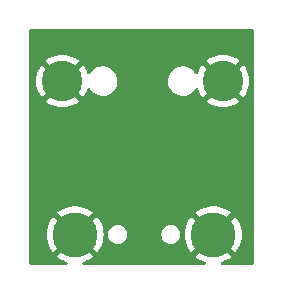
<source format=gbl>
%TF.GenerationSoftware,KiCad,Pcbnew,7.0.0-da2b9df05c~163~ubuntu22.04.1*%
%TF.CreationDate,2023-02-27T17:45:44+00:00*%
%TF.ProjectId,straightusb3,73747261-6967-4687-9475-7362332e6b69,rev?*%
%TF.SameCoordinates,Original*%
%TF.FileFunction,Copper,L2,Bot*%
%TF.FilePolarity,Positive*%
%FSLAX46Y46*%
G04 Gerber Fmt 4.6, Leading zero omitted, Abs format (unit mm)*
G04 Created by KiCad (PCBNEW 7.0.0-da2b9df05c~163~ubuntu22.04.1) date 2023-02-27 17:45:44*
%MOMM*%
%LPD*%
G01*
G04 APERTURE LIST*
%TA.AperFunction,ComponentPad*%
%ADD10C,3.438000*%
%TD*%
%TA.AperFunction,ComponentPad*%
%ADD11C,3.800000*%
%TD*%
G04 APERTURE END LIST*
D10*
%TO.P,J2,MH1,MH1*%
%TO.N,/GND*%
X164618000Y-98641000D03*
%TO.P,J2,MH2,MH2*%
X151018000Y-98641000D03*
%TD*%
D11*
%TO.P,J1,10,10*%
%TO.N,/GND*%
X152102000Y-111633000D03*
%TO.P,J1,11,11*%
X163802000Y-111633000D03*
%TD*%
%TA.AperFunction,Conductor*%
%TO.N,/GND*%
G36*
X167196500Y-94251113D02*
G01*
X167241887Y-94296500D01*
X167258500Y-94358500D01*
X167258500Y-114048500D01*
X167241887Y-114110500D01*
X167196500Y-114155887D01*
X167134500Y-114172500D01*
X164543432Y-114172500D01*
X164485983Y-114158389D01*
X164441610Y-114119269D01*
X164420410Y-114064041D01*
X164427209Y-114005277D01*
X164460460Y-113956350D01*
X164512594Y-113928396D01*
X164541334Y-113921016D01*
X164548729Y-113918613D01*
X164822266Y-113810313D01*
X164829305Y-113807000D01*
X165087108Y-113665272D01*
X165093678Y-113661102D01*
X165304560Y-113507887D01*
X165311831Y-113499704D01*
X165305927Y-113490480D01*
X163813542Y-111998095D01*
X163801999Y-111991431D01*
X163790457Y-111998095D01*
X162298071Y-113490480D01*
X162292167Y-113499704D01*
X162299438Y-113507887D01*
X162510320Y-113661102D01*
X162516891Y-113665272D01*
X162774694Y-113807000D01*
X162781733Y-113810313D01*
X163055270Y-113918613D01*
X163062665Y-113921016D01*
X163091406Y-113928396D01*
X163143540Y-113956350D01*
X163176791Y-114005277D01*
X163183590Y-114064041D01*
X163162390Y-114119269D01*
X163118017Y-114158389D01*
X163060568Y-114172500D01*
X152843432Y-114172500D01*
X152785983Y-114158389D01*
X152741610Y-114119269D01*
X152720410Y-114064041D01*
X152727209Y-114005277D01*
X152760460Y-113956350D01*
X152812594Y-113928396D01*
X152841334Y-113921016D01*
X152848729Y-113918613D01*
X153122266Y-113810313D01*
X153129305Y-113807000D01*
X153387108Y-113665272D01*
X153393678Y-113661102D01*
X153604560Y-113507887D01*
X153611831Y-113499704D01*
X153605927Y-113490480D01*
X152113542Y-111998095D01*
X152101999Y-111991431D01*
X152090457Y-111998095D01*
X150598071Y-113490480D01*
X150592167Y-113499704D01*
X150599438Y-113507887D01*
X150810320Y-113661102D01*
X150816891Y-113665272D01*
X151074694Y-113807000D01*
X151081733Y-113810313D01*
X151355270Y-113918613D01*
X151362665Y-113921016D01*
X151391406Y-113928396D01*
X151443540Y-113956350D01*
X151476791Y-114005277D01*
X151483590Y-114064041D01*
X151462390Y-114119269D01*
X151418017Y-114158389D01*
X151360568Y-114172500D01*
X148333500Y-114172500D01*
X148271500Y-114155887D01*
X148226113Y-114110500D01*
X148209500Y-114048500D01*
X148209500Y-111636894D01*
X149697500Y-111636894D01*
X149715972Y-111930500D01*
X149716946Y-111938220D01*
X149772073Y-112227206D01*
X149774009Y-112234745D01*
X149864921Y-112514541D01*
X149867781Y-112521765D01*
X149993050Y-112787976D01*
X149996792Y-112794782D01*
X150154430Y-113043181D01*
X150159006Y-113049479D01*
X150226273Y-113130790D01*
X150237575Y-113138558D01*
X150249557Y-113131888D01*
X151736904Y-111644542D01*
X151743568Y-111633000D01*
X152460431Y-111633000D01*
X152467095Y-111644542D01*
X153954441Y-113131888D01*
X153966424Y-113138558D01*
X153977723Y-113130793D01*
X154044997Y-113049474D01*
X154049568Y-113043182D01*
X154207207Y-112794782D01*
X154210949Y-112787976D01*
X154336218Y-112521765D01*
X154339078Y-112514541D01*
X154429990Y-112234745D01*
X154431926Y-112227206D01*
X154487053Y-111938220D01*
X154488027Y-111930500D01*
X154506500Y-111636894D01*
X154506500Y-111633000D01*
X154896435Y-111633000D01*
X154916632Y-111812255D01*
X154918928Y-111818819D01*
X154918930Y-111818824D01*
X154960709Y-111938220D01*
X154976211Y-111982522D01*
X155072184Y-112135262D01*
X155199738Y-112262816D01*
X155352478Y-112358789D01*
X155522745Y-112418368D01*
X155657046Y-112433500D01*
X155743470Y-112433500D01*
X155746954Y-112433500D01*
X155881255Y-112418368D01*
X156051522Y-112358789D01*
X156204262Y-112262816D01*
X156331816Y-112135262D01*
X156427789Y-111982522D01*
X156487368Y-111812255D01*
X156507565Y-111633000D01*
X159396435Y-111633000D01*
X159416632Y-111812255D01*
X159418928Y-111818819D01*
X159418930Y-111818824D01*
X159460709Y-111938220D01*
X159476211Y-111982522D01*
X159572184Y-112135262D01*
X159699738Y-112262816D01*
X159852478Y-112358789D01*
X160022745Y-112418368D01*
X160157046Y-112433500D01*
X160243470Y-112433500D01*
X160246954Y-112433500D01*
X160381255Y-112418368D01*
X160551522Y-112358789D01*
X160704262Y-112262816D01*
X160831816Y-112135262D01*
X160927789Y-111982522D01*
X160987368Y-111812255D01*
X161007126Y-111636894D01*
X161397500Y-111636894D01*
X161415972Y-111930500D01*
X161416946Y-111938220D01*
X161472073Y-112227206D01*
X161474009Y-112234745D01*
X161564921Y-112514541D01*
X161567781Y-112521765D01*
X161693050Y-112787976D01*
X161696792Y-112794782D01*
X161854430Y-113043181D01*
X161859006Y-113049479D01*
X161926273Y-113130790D01*
X161937575Y-113138558D01*
X161949557Y-113131888D01*
X163436904Y-111644542D01*
X163443568Y-111633000D01*
X164160431Y-111633000D01*
X164167095Y-111644542D01*
X165654441Y-113131888D01*
X165666424Y-113138558D01*
X165677723Y-113130793D01*
X165744997Y-113049474D01*
X165749568Y-113043182D01*
X165907207Y-112794782D01*
X165910949Y-112787976D01*
X166036218Y-112521765D01*
X166039078Y-112514541D01*
X166129990Y-112234745D01*
X166131926Y-112227206D01*
X166187053Y-111938220D01*
X166188027Y-111930500D01*
X166206500Y-111636894D01*
X166206500Y-111629106D01*
X166188027Y-111335499D01*
X166187053Y-111327779D01*
X166131926Y-111038793D01*
X166129990Y-111031254D01*
X166039078Y-110751458D01*
X166036218Y-110744234D01*
X165910949Y-110478023D01*
X165907207Y-110471217D01*
X165749569Y-110222818D01*
X165744993Y-110216520D01*
X165677725Y-110135208D01*
X165666423Y-110127440D01*
X165654441Y-110134110D01*
X164167095Y-111621457D01*
X164160431Y-111633000D01*
X163443568Y-111633000D01*
X163436904Y-111621457D01*
X161949558Y-110134111D01*
X161937574Y-110127441D01*
X161926273Y-110135208D01*
X161859001Y-110216526D01*
X161854434Y-110222812D01*
X161696792Y-110471217D01*
X161693050Y-110478023D01*
X161567781Y-110744234D01*
X161564921Y-110751458D01*
X161474009Y-111031254D01*
X161472073Y-111038793D01*
X161416946Y-111327779D01*
X161415972Y-111335499D01*
X161397500Y-111629106D01*
X161397500Y-111636894D01*
X161007126Y-111636894D01*
X161007565Y-111633000D01*
X160987368Y-111453745D01*
X160927789Y-111283478D01*
X160831816Y-111130738D01*
X160704262Y-111003184D01*
X160551522Y-110907211D01*
X160544959Y-110904914D01*
X160544956Y-110904913D01*
X160387825Y-110849931D01*
X160381255Y-110847632D01*
X160374333Y-110846852D01*
X160250418Y-110832890D01*
X160250412Y-110832889D01*
X160246954Y-110832500D01*
X160157046Y-110832500D01*
X160153588Y-110832889D01*
X160153581Y-110832890D01*
X160029666Y-110846852D01*
X160029664Y-110846852D01*
X160022745Y-110847632D01*
X160016176Y-110849930D01*
X160016174Y-110849931D01*
X159859043Y-110904913D01*
X159859036Y-110904915D01*
X159852478Y-110907211D01*
X159846590Y-110910910D01*
X159846587Y-110910912D01*
X159705638Y-110999476D01*
X159705633Y-110999479D01*
X159699738Y-111003184D01*
X159694813Y-111008108D01*
X159694809Y-111008112D01*
X159577112Y-111125809D01*
X159577108Y-111125813D01*
X159572184Y-111130738D01*
X159568479Y-111136633D01*
X159568476Y-111136638D01*
X159479912Y-111277587D01*
X159479910Y-111277590D01*
X159476211Y-111283478D01*
X159473915Y-111290036D01*
X159473913Y-111290043D01*
X159418930Y-111447175D01*
X159418928Y-111447182D01*
X159416632Y-111453745D01*
X159396435Y-111633000D01*
X156507565Y-111633000D01*
X156487368Y-111453745D01*
X156427789Y-111283478D01*
X156331816Y-111130738D01*
X156204262Y-111003184D01*
X156051522Y-110907211D01*
X156044959Y-110904914D01*
X156044956Y-110904913D01*
X155887825Y-110849931D01*
X155881255Y-110847632D01*
X155874333Y-110846852D01*
X155750418Y-110832890D01*
X155750412Y-110832889D01*
X155746954Y-110832500D01*
X155657046Y-110832500D01*
X155653588Y-110832889D01*
X155653581Y-110832890D01*
X155529666Y-110846852D01*
X155529664Y-110846852D01*
X155522745Y-110847632D01*
X155516176Y-110849930D01*
X155516174Y-110849931D01*
X155359043Y-110904913D01*
X155359036Y-110904915D01*
X155352478Y-110907211D01*
X155346590Y-110910910D01*
X155346587Y-110910912D01*
X155205638Y-110999476D01*
X155205633Y-110999479D01*
X155199738Y-111003184D01*
X155194813Y-111008108D01*
X155194809Y-111008112D01*
X155077112Y-111125809D01*
X155077108Y-111125813D01*
X155072184Y-111130738D01*
X155068479Y-111136633D01*
X155068476Y-111136638D01*
X154979912Y-111277587D01*
X154979910Y-111277590D01*
X154976211Y-111283478D01*
X154973915Y-111290036D01*
X154973913Y-111290043D01*
X154918930Y-111447175D01*
X154918928Y-111447182D01*
X154916632Y-111453745D01*
X154896435Y-111633000D01*
X154506500Y-111633000D01*
X154506500Y-111629106D01*
X154488027Y-111335499D01*
X154487053Y-111327779D01*
X154431926Y-111038793D01*
X154429990Y-111031254D01*
X154339078Y-110751458D01*
X154336218Y-110744234D01*
X154210949Y-110478023D01*
X154207207Y-110471217D01*
X154049569Y-110222818D01*
X154044993Y-110216520D01*
X153977725Y-110135208D01*
X153966423Y-110127440D01*
X153954441Y-110134110D01*
X152467095Y-111621457D01*
X152460431Y-111633000D01*
X151743568Y-111633000D01*
X151736904Y-111621457D01*
X150249558Y-110134111D01*
X150237574Y-110127441D01*
X150226273Y-110135208D01*
X150159001Y-110216526D01*
X150154434Y-110222812D01*
X149996792Y-110471217D01*
X149993050Y-110478023D01*
X149867781Y-110744234D01*
X149864921Y-110751458D01*
X149774009Y-111031254D01*
X149772073Y-111038793D01*
X149716946Y-111327779D01*
X149715972Y-111335499D01*
X149697500Y-111629106D01*
X149697500Y-111636894D01*
X148209500Y-111636894D01*
X148209500Y-109766295D01*
X150592167Y-109766295D01*
X150598073Y-109775520D01*
X152090457Y-111267904D01*
X152101999Y-111274568D01*
X152113542Y-111267904D01*
X153605927Y-109775518D01*
X153611830Y-109766295D01*
X162292167Y-109766295D01*
X162298073Y-109775520D01*
X163790457Y-111267904D01*
X163801999Y-111274568D01*
X163813542Y-111267904D01*
X165305927Y-109775518D01*
X165311831Y-109766294D01*
X165304560Y-109758111D01*
X165093679Y-109604897D01*
X165087108Y-109600727D01*
X164829305Y-109458999D01*
X164822266Y-109455686D01*
X164548729Y-109347386D01*
X164541334Y-109344983D01*
X164256374Y-109271817D01*
X164248743Y-109270362D01*
X163956859Y-109233488D01*
X163949101Y-109233000D01*
X163654899Y-109233000D01*
X163647140Y-109233488D01*
X163355256Y-109270362D01*
X163347625Y-109271817D01*
X163062665Y-109344983D01*
X163055270Y-109347386D01*
X162781733Y-109455686D01*
X162774694Y-109458999D01*
X162516899Y-109600723D01*
X162510309Y-109604905D01*
X162299441Y-109758109D01*
X162292167Y-109766295D01*
X153611830Y-109766295D01*
X153611831Y-109766294D01*
X153604560Y-109758111D01*
X153393679Y-109604897D01*
X153387108Y-109600727D01*
X153129305Y-109458999D01*
X153122266Y-109455686D01*
X152848729Y-109347386D01*
X152841334Y-109344983D01*
X152556374Y-109271817D01*
X152548743Y-109270362D01*
X152256859Y-109233488D01*
X152249101Y-109233000D01*
X151954899Y-109233000D01*
X151947140Y-109233488D01*
X151655256Y-109270362D01*
X151647625Y-109271817D01*
X151362665Y-109344983D01*
X151355270Y-109347386D01*
X151081733Y-109455686D01*
X151074694Y-109458999D01*
X150816899Y-109600723D01*
X150810309Y-109604905D01*
X150599441Y-109758109D01*
X150592167Y-109766295D01*
X148209500Y-109766295D01*
X148209500Y-100378451D01*
X149639283Y-100378451D01*
X149646715Y-100389842D01*
X149661201Y-100402545D01*
X149667641Y-100407487D01*
X149902746Y-100564580D01*
X149909760Y-100568629D01*
X150163353Y-100693686D01*
X150170854Y-100696794D01*
X150438603Y-100787683D01*
X150446431Y-100789780D01*
X150723758Y-100844943D01*
X150731794Y-100846001D01*
X151013942Y-100864495D01*
X151022058Y-100864495D01*
X151304205Y-100846001D01*
X151312241Y-100844943D01*
X151589568Y-100789780D01*
X151597396Y-100787683D01*
X151865145Y-100696794D01*
X151872646Y-100693686D01*
X152126239Y-100568629D01*
X152133253Y-100564580D01*
X152368359Y-100407486D01*
X152374796Y-100402547D01*
X152389282Y-100389843D01*
X152396715Y-100378451D01*
X163239283Y-100378451D01*
X163246715Y-100389842D01*
X163261201Y-100402545D01*
X163267641Y-100407487D01*
X163502746Y-100564580D01*
X163509760Y-100568629D01*
X163763353Y-100693686D01*
X163770854Y-100696794D01*
X164038603Y-100787683D01*
X164046431Y-100789780D01*
X164323758Y-100844943D01*
X164331794Y-100846001D01*
X164613942Y-100864495D01*
X164622058Y-100864495D01*
X164904205Y-100846001D01*
X164912241Y-100844943D01*
X165189568Y-100789780D01*
X165197396Y-100787683D01*
X165465145Y-100696794D01*
X165472646Y-100693686D01*
X165726239Y-100568629D01*
X165733253Y-100564580D01*
X165968359Y-100407486D01*
X165974796Y-100402547D01*
X165989282Y-100389843D01*
X165996715Y-100378451D01*
X165990040Y-100366593D01*
X164629542Y-99006095D01*
X164617999Y-98999431D01*
X164606457Y-99006095D01*
X163245957Y-100366594D01*
X163239283Y-100378451D01*
X152396715Y-100378451D01*
X152390040Y-100366593D01*
X151029542Y-99006095D01*
X151017999Y-98999431D01*
X151006457Y-99006095D01*
X149645957Y-100366594D01*
X149639283Y-100378451D01*
X148209500Y-100378451D01*
X148209500Y-98645058D01*
X148794505Y-98645058D01*
X148812998Y-98927205D01*
X148814056Y-98935241D01*
X148869219Y-99212568D01*
X148871316Y-99220396D01*
X148962205Y-99488145D01*
X148965313Y-99495646D01*
X149090370Y-99749239D01*
X149094419Y-99756253D01*
X149251516Y-99991364D01*
X149256448Y-99997791D01*
X149269155Y-100012281D01*
X149280548Y-100019715D01*
X149292404Y-100013041D01*
X150652904Y-98652542D01*
X150659568Y-98641000D01*
X151376431Y-98641000D01*
X151383095Y-98652542D01*
X152743593Y-100013040D01*
X152755451Y-100019715D01*
X152766843Y-100012282D01*
X152779547Y-99997796D01*
X152784486Y-99991359D01*
X152941580Y-99756253D01*
X152945629Y-99749239D01*
X153070686Y-99495646D01*
X153073796Y-99488140D01*
X153129196Y-99324937D01*
X153159460Y-99276591D01*
X153208164Y-99246907D01*
X153265004Y-99242166D01*
X153317953Y-99263371D01*
X153355809Y-99306035D01*
X153370148Y-99332681D01*
X153373612Y-99337025D01*
X153373615Y-99337029D01*
X153494123Y-99488140D01*
X153510492Y-99508666D01*
X153680004Y-99656765D01*
X153873236Y-99772215D01*
X154083976Y-99851307D01*
X154305453Y-99891500D01*
X154471378Y-99891500D01*
X154474155Y-99891500D01*
X154642188Y-99876377D01*
X154859170Y-99816493D01*
X155061973Y-99718829D01*
X155244078Y-99586522D01*
X155399632Y-99423825D01*
X155523635Y-99235968D01*
X155612103Y-99028988D01*
X155662191Y-98809537D01*
X155667230Y-98697330D01*
X159963710Y-98697330D01*
X159964455Y-98702833D01*
X159964456Y-98702844D01*
X159978155Y-98803969D01*
X159993925Y-98920387D01*
X159995644Y-98925680D01*
X159995646Y-98925685D01*
X160061761Y-99129167D01*
X160061764Y-99129175D01*
X160063483Y-99134464D01*
X160066121Y-99139366D01*
X160167512Y-99327784D01*
X160167516Y-99327790D01*
X160170148Y-99332681D01*
X160173612Y-99337025D01*
X160173615Y-99337029D01*
X160294123Y-99488140D01*
X160310492Y-99508666D01*
X160480004Y-99656765D01*
X160673236Y-99772215D01*
X160883976Y-99851307D01*
X161105453Y-99891500D01*
X161271378Y-99891500D01*
X161274155Y-99891500D01*
X161442188Y-99876377D01*
X161659170Y-99816493D01*
X161861973Y-99718829D01*
X162044078Y-99586522D01*
X162199632Y-99423825D01*
X162285148Y-99294272D01*
X162336983Y-99249854D01*
X162404474Y-99239601D01*
X162467164Y-99266621D01*
X162506053Y-99322726D01*
X162562205Y-99488144D01*
X162565313Y-99495646D01*
X162690370Y-99749239D01*
X162694419Y-99756253D01*
X162851516Y-99991364D01*
X162856448Y-99997791D01*
X162869155Y-100012281D01*
X162880548Y-100019715D01*
X162892404Y-100013041D01*
X164252904Y-98652542D01*
X164259568Y-98641000D01*
X164976431Y-98641000D01*
X164983095Y-98652542D01*
X166343593Y-100013040D01*
X166355451Y-100019715D01*
X166366843Y-100012282D01*
X166379547Y-99997796D01*
X166384486Y-99991359D01*
X166541580Y-99756253D01*
X166545629Y-99749239D01*
X166670686Y-99495646D01*
X166673794Y-99488145D01*
X166764683Y-99220396D01*
X166766780Y-99212568D01*
X166821943Y-98935241D01*
X166823001Y-98927205D01*
X166841495Y-98645058D01*
X166841495Y-98636942D01*
X166823001Y-98354794D01*
X166821943Y-98346758D01*
X166766780Y-98069431D01*
X166764683Y-98061603D01*
X166673792Y-97793850D01*
X166670690Y-97786360D01*
X166545628Y-97532759D01*
X166541579Y-97525745D01*
X166384487Y-97290641D01*
X166379545Y-97284201D01*
X166366842Y-97269715D01*
X166355451Y-97262283D01*
X166343594Y-97268957D01*
X164983095Y-98629457D01*
X164976431Y-98641000D01*
X164259568Y-98641000D01*
X164252904Y-98629457D01*
X162892403Y-97268956D01*
X162880548Y-97262283D01*
X162869155Y-97269717D01*
X162856441Y-97284215D01*
X162851521Y-97290627D01*
X162694420Y-97525745D01*
X162690371Y-97532759D01*
X162565309Y-97786360D01*
X162562207Y-97793850D01*
X162506803Y-97957063D01*
X162476538Y-98005409D01*
X162427834Y-98035092D01*
X162370994Y-98039833D01*
X162318045Y-98018627D01*
X162280190Y-97975963D01*
X162268489Y-97954219D01*
X162268487Y-97954217D01*
X162265852Y-97949319D01*
X162196877Y-97862828D01*
X162128977Y-97777684D01*
X162125508Y-97773334D01*
X161955996Y-97625235D01*
X161951218Y-97622380D01*
X161951215Y-97622378D01*
X161767545Y-97512641D01*
X161767540Y-97512638D01*
X161762764Y-97509785D01*
X161757547Y-97507827D01*
X161557239Y-97432650D01*
X161557236Y-97432649D01*
X161552024Y-97430693D01*
X161546546Y-97429698D01*
X161546543Y-97429698D01*
X161336030Y-97391495D01*
X161336029Y-97391494D01*
X161330547Y-97390500D01*
X161161845Y-97390500D01*
X161159097Y-97390747D01*
X161159081Y-97390748D01*
X160999360Y-97405123D01*
X160999352Y-97405124D01*
X160993812Y-97405623D01*
X160988448Y-97407103D01*
X160988439Y-97407105D01*
X160782201Y-97464024D01*
X160782194Y-97464026D01*
X160776830Y-97465507D01*
X160771812Y-97467923D01*
X160771808Y-97467925D01*
X160579048Y-97560752D01*
X160579039Y-97560757D01*
X160574027Y-97563171D01*
X160569525Y-97566441D01*
X160569518Y-97566446D01*
X160396429Y-97692203D01*
X160396425Y-97692205D01*
X160391922Y-97695478D01*
X160388083Y-97699492D01*
X160388074Y-97699501D01*
X160240218Y-97854147D01*
X160240212Y-97854154D01*
X160236368Y-97858175D01*
X160233299Y-97862823D01*
X160233296Y-97862828D01*
X160115435Y-98041380D01*
X160115431Y-98041386D01*
X160112365Y-98046032D01*
X160110178Y-98051148D01*
X160110173Y-98051158D01*
X160026088Y-98247884D01*
X160026085Y-98247892D01*
X160023897Y-98253012D01*
X160022657Y-98258441D01*
X160022656Y-98258447D01*
X159997850Y-98367132D01*
X159973809Y-98472463D01*
X159973559Y-98478019D01*
X159973558Y-98478030D01*
X159965721Y-98652542D01*
X159963710Y-98697330D01*
X155667230Y-98697330D01*
X155672290Y-98584670D01*
X155642075Y-98361613D01*
X155572517Y-98147536D01*
X155471208Y-97959272D01*
X155468487Y-97954215D01*
X155468485Y-97954212D01*
X155465852Y-97949319D01*
X155396877Y-97862828D01*
X155328977Y-97777684D01*
X155325508Y-97773334D01*
X155155996Y-97625235D01*
X155151218Y-97622380D01*
X155151215Y-97622378D01*
X154967545Y-97512641D01*
X154967540Y-97512638D01*
X154962764Y-97509785D01*
X154957547Y-97507827D01*
X154757239Y-97432650D01*
X154757236Y-97432649D01*
X154752024Y-97430693D01*
X154746546Y-97429698D01*
X154746543Y-97429698D01*
X154536030Y-97391495D01*
X154536029Y-97391494D01*
X154530547Y-97390500D01*
X154361845Y-97390500D01*
X154359097Y-97390747D01*
X154359081Y-97390748D01*
X154199360Y-97405123D01*
X154199352Y-97405124D01*
X154193812Y-97405623D01*
X154188448Y-97407103D01*
X154188439Y-97407105D01*
X153982201Y-97464024D01*
X153982194Y-97464026D01*
X153976830Y-97465507D01*
X153971812Y-97467923D01*
X153971808Y-97467925D01*
X153779048Y-97560752D01*
X153779039Y-97560757D01*
X153774027Y-97563171D01*
X153769525Y-97566441D01*
X153769518Y-97566446D01*
X153596429Y-97692203D01*
X153596425Y-97692205D01*
X153591922Y-97695478D01*
X153588083Y-97699492D01*
X153588074Y-97699501D01*
X153440218Y-97854147D01*
X153440212Y-97854154D01*
X153436368Y-97858175D01*
X153433299Y-97862823D01*
X153433300Y-97862823D01*
X153350852Y-97987726D01*
X153299015Y-98032145D01*
X153231524Y-98042398D01*
X153168835Y-98015377D01*
X153129946Y-97959272D01*
X153073794Y-97793854D01*
X153070690Y-97786360D01*
X152945628Y-97532759D01*
X152941579Y-97525745D01*
X152784487Y-97290641D01*
X152779545Y-97284201D01*
X152766842Y-97269715D01*
X152755451Y-97262283D01*
X152743594Y-97268957D01*
X151383095Y-98629457D01*
X151376431Y-98641000D01*
X150659568Y-98641000D01*
X150652904Y-98629457D01*
X149292403Y-97268956D01*
X149280548Y-97262283D01*
X149269155Y-97269717D01*
X149256441Y-97284215D01*
X149251521Y-97290627D01*
X149094420Y-97525745D01*
X149090371Y-97532759D01*
X148965309Y-97786360D01*
X148962207Y-97793850D01*
X148871316Y-98061603D01*
X148869219Y-98069431D01*
X148814056Y-98346758D01*
X148812998Y-98354794D01*
X148794505Y-98636942D01*
X148794505Y-98645058D01*
X148209500Y-98645058D01*
X148209500Y-96903548D01*
X149639283Y-96903548D01*
X149645956Y-96915403D01*
X151006457Y-98275904D01*
X151018000Y-98282568D01*
X151029542Y-98275904D01*
X152390041Y-96915404D01*
X152396715Y-96903548D01*
X163239283Y-96903548D01*
X163245956Y-96915403D01*
X164606457Y-98275904D01*
X164618000Y-98282568D01*
X164629542Y-98275904D01*
X165990041Y-96915404D01*
X165996715Y-96903548D01*
X165989281Y-96892155D01*
X165974791Y-96879448D01*
X165968364Y-96874516D01*
X165733253Y-96717419D01*
X165726239Y-96713370D01*
X165472646Y-96588313D01*
X165465145Y-96585205D01*
X165197396Y-96494316D01*
X165189568Y-96492219D01*
X164912241Y-96437056D01*
X164904205Y-96435998D01*
X164622058Y-96417505D01*
X164613942Y-96417505D01*
X164331794Y-96435998D01*
X164323758Y-96437056D01*
X164046431Y-96492219D01*
X164038603Y-96494316D01*
X163770850Y-96585207D01*
X163763360Y-96588309D01*
X163509759Y-96713371D01*
X163502745Y-96717420D01*
X163267627Y-96874521D01*
X163261215Y-96879441D01*
X163246717Y-96892155D01*
X163239283Y-96903548D01*
X152396715Y-96903548D01*
X152389281Y-96892155D01*
X152374791Y-96879448D01*
X152368364Y-96874516D01*
X152133253Y-96717419D01*
X152126239Y-96713370D01*
X151872646Y-96588313D01*
X151865145Y-96585205D01*
X151597396Y-96494316D01*
X151589568Y-96492219D01*
X151312241Y-96437056D01*
X151304205Y-96435998D01*
X151022058Y-96417505D01*
X151013942Y-96417505D01*
X150731794Y-96435998D01*
X150723758Y-96437056D01*
X150446431Y-96492219D01*
X150438603Y-96494316D01*
X150170850Y-96585207D01*
X150163360Y-96588309D01*
X149909759Y-96713371D01*
X149902745Y-96717420D01*
X149667627Y-96874521D01*
X149661215Y-96879441D01*
X149646717Y-96892155D01*
X149639283Y-96903548D01*
X148209500Y-96903548D01*
X148209500Y-94358500D01*
X148226113Y-94296500D01*
X148271500Y-94251113D01*
X148333500Y-94234500D01*
X167134500Y-94234500D01*
X167196500Y-94251113D01*
G37*
%TD.AperFunction*%
%TD*%
M02*

</source>
